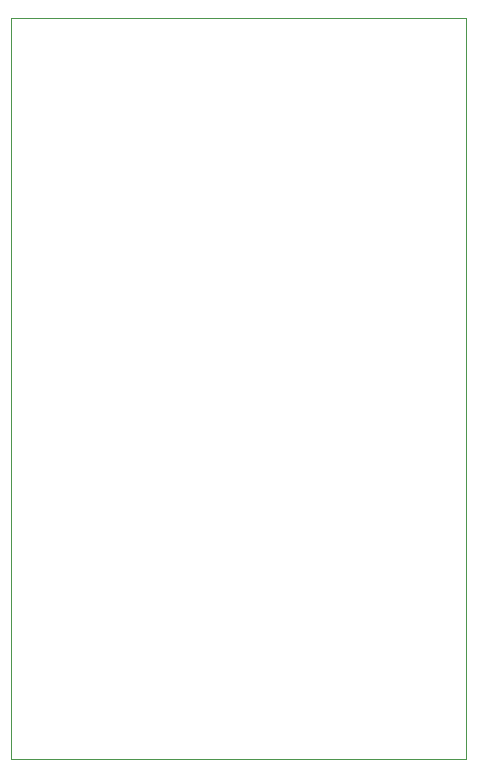
<source format=gm1>
G04*
G04 #@! TF.GenerationSoftware,Altium Limited,Altium Designer,23.8.1 (32)*
G04*
G04 Layer_Color=16711935*
%FSLAX25Y25*%
%MOIN*%
G70*
G04*
G04 #@! TF.SameCoordinates,A9E98482-AA81-4C70-AF81-B552D0338214*
G04*
G04*
G04 #@! TF.FilePolarity,Positive*
G04*
G01*
G75*
%ADD102C,0.00000*%
D102*
X257500Y213000D02*
X409000D01*
Y460000D01*
X257500D02*
X409000D01*
X257500Y213000D02*
Y460000D01*
M02*

</source>
